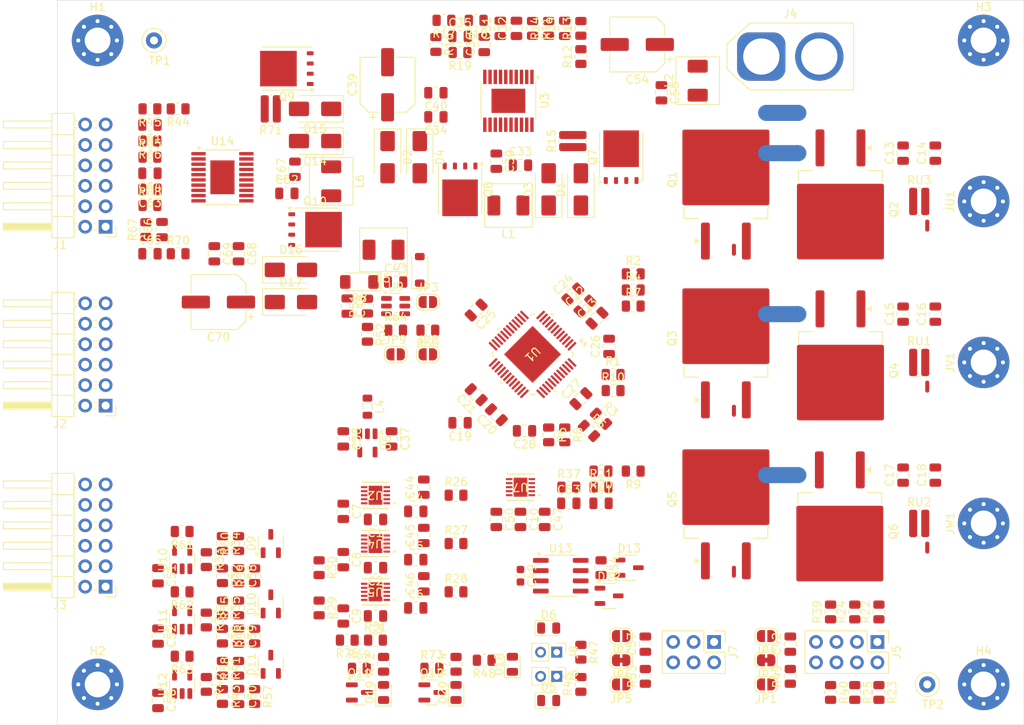
<source format=kicad_pcb>
(kicad_pcb (version 20241229) (generator "pcbnew") (generator_version "9.0")
  (layers (0 "F.Cu" signal) (2 "B.Cu" signal) (13 "F.Paste" user) (15 "B.Paste" user) (5 "F.SilkS" user "F.Silkscreen") (7 "B.SilkS" user "B.Silkscreen") (1 "F.Mask" user) (3 "B.Mask" user) (25 "Edge.Cuts" user))
  (net 0 "")
  (net 1 "Net-(Q1-S)")
  (net 2 "0")
  (net 3 "Net-(JU1-Pin_1)")
  (net 4 "Net-(Q3-S)")
  (net 5 "Net-(JV1-Pin_1)")
  (net 6 "Net-(Q5-S)")
  (net 7 "Net-(JW1-Pin_1)")
  (net 8 "Vdrive")
  (net 9 "Net-(U1-VCP)")
  (net 10 "Net-(U1-CPO)")
  (net 11 "Net-(U1-CPI)")
  (net 12 "+12V")
  (net 13 "+5V")
  (net 14 "+3.3V")
  (net 15 "Net-(U1-USENSE)")
  (net 16 "Net-(U1-CU)")
  (net 17 "Net-(U1-CV)")
  (net 18 "Net-(U1-CW)")
  (net 19 "VSupply")
  (net 20 "/WH")
  (net 21 "/FAULT")
  (net 22 "/UH")
  (net 23 "/VL")
  (net 24 "/WL")
  (net 25 "/VH")
  (net 26 "/UL")
  (net 27 "/DRV_EN")
  (net 28 "ENC_Z")
  (net 29 "/SPI_SDI")
  (net 30 "ENC_B")
  (net 31 "/CS_EXT")
  (net 32 "ENC_A")
  (net 33 "/SPI_SCK")
  (net 34 "/SPI_SDO")
  (net 35 "/CS_DRV")
  (net 36 "AD_SCK")
  (net 37 "AD_SDO_VBUS")
  (net 38 "CS_AD")
  (net 39 "AD_SDO_IV")
  (net 40 "AD_SDO_IW")
  (net 41 "AD_SDO_IU")
  (net 42 "VMot")
  (net 43 "Net-(D1-K)")
  (net 44 "Net-(D2-A)")
  (net 45 "Net-(Q1-G)")
  (net 46 "Net-(Q2-G)")
  (net 47 "Net-(Q3-G)")
  (net 48 "Net-(Q4-G)")
  (net 49 "Net-(Q5-G)")
  (net 50 "Net-(Q6-G)")
  (net 51 "Net-(Q7-G)")
  (net 52 "Net-(Q8-G)")
  (net 53 "Net-(U1-HSU)")
  (net 54 "Net-(U1-LSU)")
  (net 55 "Net-(U1-HSV)")
  (net 56 "Net-(U1-LSV)")
  (net 57 "Net-(U1-VSENSE)")
  (net 58 "Net-(U1-HSW)")
  (net 59 "Net-(U1-LSW)")
  (net 60 "Net-(U1-WSENSE)")
  (net 61 "Net-(U3-EN)")
  (net 62 "Net-(U3-UVLO)")
  (net 63 "Net-(U3-RT)")
  (net 64 "Net-(R16-Pad1)")
  (net 65 "Net-(U3-FB)")
  (net 66 "Net-(U3-COMP)")
  (net 67 "Net-(C35-Pad1)")
  (net 68 "Net-(C41-Pad1)")
  (net 69 "Net-(J5-Pin_8)")
  (net 70 "Net-(J7-Pin_6)")
  (net 71 "I_U")
  (net 72 "Net-(U2-AIN+)")
  (net 73 "I_V")
  (net 74 "Net-(U4-AIN+)")
  (net 75 "I_W")
  (net 76 "Net-(U5-AIN+)")
  (net 77 "Net-(U2-SDI)")
  (net 78 "Net-(U7-AIN+)")
  (net 80 "+1V8A")
  (net 81 "+5VA")
  (net 83 "Net-(U3-RAMP)")
  (net 84 "Net-(U3-VCC)")
  (net 85 "Net-(D1-A)")
  (net 86 "Net-(U3-SS)")
  (net 87 "Net-(U3-HB)")
  (net 89 "GNDPWR")
  (net 90 "Net-(U1-V)")
  (net 91 "Net-(U1-W)")
  (net 92 "Net-(D7-K)")
  (net 93 "Net-(D8-K)")
  (net 94 "+3.3V_IO")
  (net 95 "Net-(JP1-A)")
  (net 96 "/ADC+IO/A_LS_P")
  (net 97 "Net-(U14-UVLO)")
  (net 98 "Net-(U14-VCC)")
  (net 99 "Net-(U9-FB)")
  (net 100 "Net-(U14-SS)")
  (net 101 "RS422_TX_A")
  (net 102 "RS422_TX_B")
  (net 103 "RS422_RX_B")
  (net 104 "RS422_RX_A")
  (net 105 "RS422_RX")
  (net 106 "RS422_TX")
  (net 107 "ENC_Z_P")
  (net 108 "ENC_A_P")
  (net 109 "ENC_B_N")
  (net 110 "ENC_A_N")
  (net 111 "ENC_B_P")
  (net 112 "ENC_Z_N")
  (net 113 "Net-(JP3-B)")
  (net 114 "Net-(JP5-A)")
  (net 115 "Net-(JP8-A)")
  (net 116 "Net-(U14-RAMP)")
  (net 117 "Net-(U14-FB)")
  (net 118 "Net-(C65-Pad1)")
  (net 119 "Net-(U14-COMP)")
  (net 120 "Net-(U14-HB)")
  (net 121 "Net-(D5-A)")
  (net 122 "Net-(D6-A)")
  (net 123 "/ADC+IO/A_LS_N")
  (net 124 "Net-(D16-A)")
  (net 125 "Net-(D18-A)")
  (net 126 "Net-(D19-A)")
  (net 127 "Net-(D19-K)")
  (net 128 "Net-(D20-K)")
  (net 129 "Net-(D20-A)")
  (net 130 "Net-(NT1-Pad2)")
  (net 131 "Net-(NT2-Pad1)")
  (net 132 "Net-(NT3-Pad1)")
  (net 133 "Net-(U1-U)")
  (net 134 "Net-(Q9-G)")
  (net 135 "Net-(Q10-G)")
  (net 136 "Net-(Q11-B)")
  (net 137 "Net-(Q12-B)")
  (net 138 "Net-(U14-EN)")
  (net 139 "Net-(U14-RT)")
  (net 141 "/ADC+IO/B_LS_P")
  (net 142 "/ADC+IO/Z_LS_P")
  (net 143 "/ADC+IO/B_LS_N")
  (net 144 "/ADC+IO/Z_LS_N")
  (net 145 "Net-(D14-K)")
  (net 146 "Net-(D14-A)")
  (footprint "Capacitor_SMD:C_0805_2012Metric" (layer "F.Cu") (at 102 75)
    (property "Reference" "C43")
    (property "Value" "100n")
  )
  (footprint "Capacitor_SMD:C_0805_2012Metric" (layer "F.Cu") (at 107 54.5 180)
    (property "Reference" "C34")
    (property "Value" "470n")
  )
  (footprint "Resistor_SMD:R_0805_2012Metric" (layer "F.Cu") (at 131.5 76)
    (property "Reference" "R4")
    (property "Value" "0.47")
  )
  (footprint "Package_SO:Texas_PWP0020A" (layer "F.Cu") (at 116 52.5 -90)
    (property "Reference" "U3")
    (property "Value" "LM5118MH")
  )
  (footprint "Resistor_SMD:R_0805_2012Metric" (layer "F.Cu") (at 162 126 -90)
    (property "Reference" "R23")
    (property "Value" "3.9k")
  )
  (footprint "Package_TO_SOT_SMD:SOT-23-3" (layer "F.Cu") (at 86.5 107.5 90)
    (property "Reference" "D9")
    (property "Value" "ESDA5V3L")
  )
  (footprint "Capacitor_SMD:C_0805_2012Metric" (layer "F.Cu") (at 105.5 112.5 90)
    (property "Reference" "C46")
    (property "Value" "2.2n")
  )
  (footprint "Resistor_SMD:R_0805_2012Metric" (layer "F.Cu") (at 78.5 109.5 -90)
    (property "Reference" "R33")
    (property "Value" "330")
  )
  (footprint "Capacitor_SMD:C_0805_2012Metric" (layer "F.Cu") (at 113 45.5 90)
    (property "Reference" "C36")
    (property "Value" "100p")
  )
  (footprint "Resistor_SMD:R_0805_2012Metric" (layer "F.Cu") (at 75.5 106 180)
    (property "Reference" "R61")
    (property "Value" "100k")
  )
  (footprint "Resistor_SMD:R_0805_2012Metric" (layer "F.Cu") (at 156 116 90)
    (property "Reference" "R39")
    (property "Value" "3.9k")
  )
  (footprint "Resistor_SMD:R_0612_1632Metric" (layer "F.Cu") (at 167 105)
    (property "Reference" "RU2")
    (property "Value" "15m")
  )
  (footprint "Capacitor_SMD:C_0805_2012Metric" (layer "F.Cu") (at 114.5 104.5 -90)
    (property "Reference" "C50")
    (property "Value" "100n")
  )
  (footprint "Resistor_SMD:R_0805_2012Metric" (layer "F.Cu") (at 109.5 113.5)
    (property "Reference" "R28")
    (property "Value" "10")
  )
  (footprint "Resistor_SMD:R_0805_2012Metric" (layer "F.Cu") (at 92.5 110.5 -90)
    (property "Reference" "R30")
    (property "Value" "0")
  )
  (footprint "Resistor_SMD:R_0805_2012Metric" (layer "F.Cu") (at 106 81 180)
    (property "Reference" "R50")
    (property "Value" "470")
  )
  (footprint "Capacitor_SMD:C_0805_2012Metric" (layer "F.Cu") (at 104.5 103.5)
    (property "Reference" "C4")
    (property "Value" "100n")
  )
  (footprint "Diode_SMD:D_0805_2012Metric" (layer "F.Cu") (at 109.5 126 90)
    (property "Reference" "D20")
    (property "Value" "DRV_EN")
  )
  (footprint "Resistor_SMD:R_0805_2012Metric" (layer "F.Cu") (at 129 86.5)
    (property "Reference" "R1")
    (property "Value" "0.47")
  )
  (footprint "Resistor_SMD:R_0805_2012Metric" (layer "F.Cu") (at 84.5 119 90)
    (property "Reference" "R56")
    (property "Value" "1.8k")
  )
  (footprint "Resistor_SMD:R_0805_2012Metric" (layer "F.Cu") (at 119 43.5 -90)
    (property "Reference" "R11")
    (property "Value" "1M")
  )
  (footprint "Package_SO:SOIC-8_3.9x4.9mm_P1.27mm" (layer "F.Cu") (at 122.5 111.5)
    (property "Reference" "U13")
    (property "Value" "ADM3490ExR")
  )
  (footprint "Diode_SMD:D_SMA" (layer "F.Cu") (at 92 57.5 180)
    (property "Reference" "D14")
    (property "Value" "SK220ATR")
  )
  (footprint "Capacitor_SMD:C_0805_2012Metric" (layer "F.Cu") (at 151 120 90)
    (property "Reference" "C42")
    (property "Value" "100n")
  )
  (footprint "Resistor_SMD:R_0805_2012Metric" (layer "F.Cu") (at 106.5 123)
    (property "Reference" "R73")
    (property "Value" "4.7k")
  )
  (footprint "Resistor_SMD:R_0805_2012Metric" (layer "F.Cu") (at 109.5 107.5)
    (property "Reference" "R27")
    (property "Value" "10")
  )
  (footprint "Resistor_SMD:R_0612_1632Metric" (layer "F.Cu") (at 86.5 53.5 180)
    (property "Reference" "R71")
    (property "Value" "15m")
  )
  (footprint "Capacitor_SMD:C_0805_2012Metric" (layer "F.Cu") (at 127.5 102.5)
    (property "Reference" "C41")
    (property "Value" "100n")
  )
  (footprint "Resistor_SMD:R_0805_2012Metric" (layer "F.Cu") (at 80.5 115.5 -90)
    (property "Reference" "R35")
    (property "Value" "1.8k")
  )
  (footprint "Resistor_SMD:R_0805_2012Metric" (layer "F.Cu") (at 80.5 111.5 -90)
    (property "Reference" "R32")
    (property "Value" "820")
  )
  (footprint "Capacitor_SMD:C_0805_2012Metric" (layer "F.Cu") (at 82.5 111.5 -90)
    (property "Reference" "C58")
    (property "Value" "100n")
  )
  (footprint "Capacitor_SMD:C_0805_2012Metric" (layer "F.Cu") (at 99.5 104.5 180)
    (property "Reference" "C1")
    (property "Value" "100n")
  )
  (footprint "Resistor_SMD:R_0805_2012Metric" (layer "F.Cu") (at 109.5 101.5)
    (property "Reference" "R26")
    (property "Value" "10")
  )
  (footprint "Resistor_SMD:R_0805_2012Metric" (layer "F.Cu") (at 84.5 126.5 -90)
    (property "Reference" "R57")
    (property "Value" "1.8k")
  )
  (footprint "Capacitor_SMD:C_0805_2012Metric" (layer "F.Cu") (at 123.5 102.5)
    (property "Reference" "C53")
    (property "Value" "10n")
  )
  (footprint "Resistor_SMD:R_0805_2012Metric" (layer "F.Cu") (at 100.5 122.5 90)
    (property "Reference" "R72")
    (property "Value" "330")
  )
  (footprint "Capacitor_SMD:C_0805_2012Metric" (layer "F.Cu") (at 104.5 109.5)
    (property "Reference" "C5")
    (property "Value" "100n")
  )
  (footprint "Connector_PinHeader_2.54mm:PinHeader_2x06_P2.54mm_Horizontal" (layer "F.Cu") (at 66 112.86 180)
    (property "Reference" "J3")
    (property "Value" "PMOD_DRV")
  )
  (footprint "Resistor_SMD:R_0805_2012Metric" (layer "F.Cu") (at 125 43.5 90)
    (property "Reference" "R13")
    (property "Value" "15k")
  )
  (footprint "Capacitor_SMD:C_0805_2012Metric" (layer "F.Cu") (at 82.5 126.5 -90)
    (property "Reference" "C60")
    (property "Value" "100n")
  )
  (footprint "Connector_PinHeader_2.54mm:PinHeader_2x03_P2.54mm_Vertical" (layer "F.Cu") (at 141.54 119.725 -90)
    (property "Reference" "J7")
    (property "Value" "RS422/BISS-C")
  )
  (footprint "Capacitor_SMD:C_0805_2012Metric" (layer "F.Cu") (at 128.5 83 90)
    (property "Reference" "C26")
    (property "Value" "1u/25V")
  )
  (footprint "Package_TO_SOT_SMD:TO-263-2" (layer "F.Cu") (at 157.225 86 -90)
    (property "Reference" "Q4")
    (property "Value" "IRFS3806")
  )
  (footprint "Package_TO_SOT_SMD:TDSON-8-1" (layer "F.Cu") (at 110 63.5 -90)
    (property "Reference" "Q8")
    (property "Value" "BSC098N10NS5")
  )
  (footprint "Capacitor_SMD:C_0805_2012Metric" (layer "F.Cu") (at 95.5 103.5 -90)
    (property "Reference" "C7")
    (property "Value" "100n")
  )
  (footprint "Inductor_SMD:L_TechFuse_SL0530" (layer "F.Cu") (at 94 62.5 -90)
    (property "Reference" "L6")
    (property "Value" "10u")
  )
  (footprint "Resistor_SMD:R_0805_2012Metric" (layer "F.Cu") (at 131.5 78)
    (property "Reference" "R7")
    (property "Value" "0.47")
  )
  (footprint "Capacitor_SMD:C_0805_2012Metric" (layer "F.Cu") (at 110 92.5 180)
    (property "Reference" "C19")
    (property "Value" "100n")
  )
  (footprint "Jumper:SolderJumper-2_P1.3mm_Open_RoundedPad1.0x1.5mm" (layer "F.Cu") (at 148 119 180)
    (property "Reference" "JP4")
    (property "Value" "SolderJumper_2_Open")
  )
  (footprint "Diode_SMD:D_0805_2012Metric" (layer "F.Cu") (at 121 118)
    (property "Reference" "D6")
    (property "Value" "5V")
  )
  (footprint "Resistor_SMD:R_0805_2012Metric" (layer "F.Cu") (at 156 126 -90)
    (property "Reference" "R40")
    (property "Value" "3.9k")
  )
  (footprint "Capacitor_SMD:C_0805_2012Metric" (layer "F.Cu") (at 71.5 61.5 180)
    (property "Reference" "C64")
    (property "Value" "100n")
  )
  (footprint "Capacitor_SMD:C_0805_2012Metric" (layer "F.Cu") (at 72.5 111.5 -90)
    (property "Reference" "C51")
    (property "Value" "100n")
  )
  (footprint "Diode_SMD:D_SMA" (layer "F.Cu") (at 105 59.5 -90)
    (property "Reference" "D4")
    (property "Value" "SK220ATR")
  )
  (footprint "Capacitor_SMD:C_0805_2012Metric" (layer "F.Cu") (at 71.5 55.5 180)
    (property "Reference" "C61")
    (property "Value" "100n")
  )
  (footprint "Capacitor_SMD:C_0805_2012Metric" (layer "F.Cu") (at 99.5 110.5 180)
    (property "Reference" "C2")
    (property "Value" "100n")
  )
  (footprint "sst_footprints:TDFN10_MN_MCH" (layer "F.Cu") (at 99.5 113.5 180)
    (property "Reference" "U5")
    (property "Value" "MCP33151-05T-E/MN")
  )
  (footprint "Package_TO_SOT_SMD:SOT-23" (layer "F.Cu") (at 97.5 126)
    (property "Reference" "Q11")
    (property "Value" "MMBT3904")
  )
  (footprint "MountingHole:MountingHole_3.2mm_M3_Pad_Via" (layer "F.Cu") (at 65 45)
    (property "Reference" "H1")
    (property "Value" "GND")
  )
  (footprint "Resistor_SMD:R_0805_2012Metric" (layer "F.Cu") (at 82.5 123 90)
    (property "Reference" "R58")
    (property "Value" "820")
  )
  (footprint "Package_TO_SOT_SMD:SOT-23-6" (layer "F.Cu") (at 102 78)
    (property "Reference" "U9")
    (property "Value" "LT1616ES6#TRPBF")
  )
  (footprint "Resistor_SMD:R_0805_2012Metric" (layer "F.Cu") (at 121 43.5 90)
    (property "Reference" "R14")
    (property "Value" "18k")
  )
  (footprint "Resistor_SMD:R_0612_1632Metric" (layer "F.Cu") (at 124 57.5 90)
    (property "Reference" "R15")
    (property "Value" "15m")
  )
  (footprint "Diode_SMD:D_SMA" (layer "F.Cu") (at 121 63.5 90)
    (property "Reference" "D3")
    (property "Value" "SK220ATR")
  )
  (footprint "Inductor_SMD:L_TechFuse_SL0530" (layer "F.Cu") (at 100.5 71 180)
    (property "Reference" "L5")
    (property "Value" "10u")
  )
  (footprint "Capacitor_SMD:C_0805_2012Metric" (layer "F.Cu") (at 117.5 104.5 -90)
    (property "Reference" "C10")
    (property "Value" "100n")
  )
  (footprint "Capacitor_SMD:C_0805_2012Metric" (layer "F.Cu") (at 127 79.5 45)
    (property "Reference" "C23")
    (property "Value" "4.7u")
  )
  (footprint "MountingHole:MountingHole_3.2mm_M3_Pad_Via" (layer "F.Cu") (at 175 85 90)
    (property "Reference" "JV1")
    (property "Value" "Phase V")
  )
  (footprint "Inductor_SMD:L_TechFuse_SL0530" (layer "F.Cu") (at 139.5 50 90)
    (property "Reference" "L2")
    (property "Value" "10u")
  )
  (footprint "Resistor_SMD:R_0805_2012Metric" (layer "F.Cu") (at 71.5 65.5)
    (property "Reference" "R68")
    (property "Value" "1k")
  )
  (footprint "MountingHole:MountingHole_3.2mm_M3_Pad_Via" (layer "F.Cu") (at 175 105 90)
    (property "Reference" "JW1")
    (property "Value" "Phase W")
  )
  (footprint "Package_TO_SOT_SMD:TDSON-8-1" (layer "F.Cu") (at 88.5 48.5 180)
    (property "Reference" "Q9")
    (property "Value" "BSC098N10NS5")
  )
  (footprint "Capacitor_SMD:C_0805_2012Metric" (layer "F.Cu") (at 165 79 90)
    (property "Reference" "C15")
    (property "Value" "1n")
  )
  (footprint "Resistor_SMD:R_0805_2012Metric" (layer "F.Cu") (at 97.5 123)
    (property "Reference" "R69")
    (property "Value" "4.7k")
  )
  (footprint "Connector_PinHeader_2.00mm:PinHeader_1x02_P2.00mm_Vertical" (layer "F.Cu") (at 122 121 -90)
    (property "Reference" "J8")
    (property "Value" "5V")
  )
  (footprint "Connector_PinHeader_2.54mm:PinHeader_2x06_P2.54mm_Horizontal" (layer "F.Cu") (at 66 68.14 180)
    (property "Reference" "J1")
    (property "Value" "PMOD_SPI_ENC")
  )
  (footprint "Capacitor_SMD:C_0805_2012Metric" (layer "F.Cu") (at 165 99 90)
    (property "Reference" "C17")
    (property "Value" "1n")
  )
  (footprint "Package_TO_SOT_SMD:TO-263-2" (layer "F.Cu") (at 157.225 66 -90)
    (property "Reference" "Q2")
    (property "Value" "IRFS3806")
  )
  (footprint "Package_TO_SOT_SMD:TDSON-8-1" (layer "F.Cu") (at 92 68.5)
    (property "Reference" "Q10")
    (property "Value" "BSC098N10NS5")
  )
  (footprint "Resistor_SMD:R_0805_2012Metric" (layer "F.Cu") (at 84.5 111.5 90)
    (property "Reference" "R59")
    (property "Value" "1.8k")
  )
  (footprint "Resistor_SMD:R_0805_2012Metric" (layer "F.Cu") (at 129 88.5)
    (property "Reference" "R10")
    (property "Value" "10")
  )
  (footprint "Capacitor_SMD:C_0805_2012Metric" (layer "F.Cu") (at 169 59 90)
    (property "Reference" "C14")
    (property "Value" "1n")
  )
  (footprint "Capacitor_SMD:C_0805_2012Metric" (layer "F.Cu") (at 169 99 90)
    (property "Reference" "C18")
    (property "Value" "1n")
  )
  (footprint "Diode_SMD:D_SMA" (layer "F.Cu") (at 125 63.5 90)
    (property "Reference" "D1")
    (property "Value" "SK220ATR")
  )
  (footprint "Resistor_SMD:R_0805_2012Metric" (layer "F.Cu") (at 127.5 98.5 180)
    (property "Reference" "R20")
    (property "Value" "10k")
  )
  (footprint "Resistor_SMD:R_0805_2012Metric" (layer "F.Cu") (at 131.5 98.5 180)
    (property "Reference" "R9")
    (property "Value" "0.47")
  )
  (footprint "Inductor_SMD:L_TechFuse_SL0530" (layer "F.Cu") (at 116 65.5 180)
    (property "Reference" "L1")
    (property "Value" "10u")
  )
  (footprint "Capacitor_SMD:C_0805_2012Metric" (layer "F.Cu") (at 95.5 116.5 -90)
    (property "Reference" "C9")
    (property "Value" "100n")
  )
  (footprint "Resistor_SMD:R_0805_2012Metric" (layer "F.Cu") (at 75.5 113.5 180)
    (property "Reference" "R62")
    (property "Value" "100k")
  )
  (footprint "Resistor_SMD:R_0805_2012Metric" (layer "F.Cu") (at 162 116 90)
    (property "Reference" "R22")
    (property "Value" "3.9k")
  )
  (footprint "Resistor_SMD:R_0805_2012Metric" (layer "F.Cu") (at 82.5 115.5 90)
    (property "Reference" "R55")
    (property "Value" "820")
  )
  (footprint "Capacitor_SMD:C_0805_2012Metric" (layer "F.Cu") (at 72.5 119 -90)
    (property "Reference" "C52")
    (property "Value" "100n")
  )
  (footprint "Capacitor_SMD:CP_Elec_6.3x9.9" (layer "F.Cu") (at 101 50.5 90)
    (property "Reference" "C39")
    (property "Value" "330u")
  )
  (footprint "Resistor_SMD:R_0805_2012Metric" (layer "F.Cu") (at 80.5 119 -90)
    (property "Reference" "R38")
    (property "Value" "820")
  )
  (footprint "Jumper:SolderJumper-2_P1.3mm_Open_RoundedPad1.0x1.5mm" (layer "F.Cu") (at 130 125 180)
    (property "Reference" "JP5")
    (property "Value" "SolderJumper_2_Open")
  )
  (footprint "Resistor_SMD:R_0805_2012Metric" (layer "F.Cu") (at 82.5 107.5 90)
    (property "Reference" "R60")
    (property "Value" "820")
  )
  (footprint "Package_TO_SOT_SMD:TO-263-2" (layer "F.Cu") (at 143 102 90)
    (property "Reference" "Q5")
    (property "Value" "IRFS3806")
  )
  (footprint "Capacitor_SMD:C_0805_2012Metric" (layer "F.Cu") (at 101.5 94.5 -90)
    (property "Reference" "C37")
    (property "Value" "1u")
  )
  (footprint "Capacitor_SMD:C_0805_2012Metric" (layer "F.Cu") (at 124 76.5 45)
    (property "Reference" "C24")
    (property "Value" "2.2u")
  )
  (footprint "Capacitor_SMD:C_0805_2012Metric" (layer "F.Cu") (at 165 59 90)
    (property "Reference" "C13")
    (property "Value" "1n")
  )
  (footprint "Diode_SMD:D_SMA" (layer "F.Cu") (at 92 53.5 180)
    (property "Reference" "D15")
    (property "Value" "SK220ATR")
  )
  (footprint "Capacitor_SMD:CP_Elec_6.3x9.9" (layer "F.Cu") (at 80 77.5 180)
    (property "Reference" "C70")
    (property "Value" "330u")
  )
  (footprint "NetTie:NetTie-2_SMD_Pad0.5mm" (layer "F.Cu") (at 168 88 90)
    (property "Reference" "NT2" (hide yes))
    (property "Value" "NetTie_2" (hide yes))
  )
  (footprint "Diode_SMD:D_MiniMELF" (layer "F.Cu") (at 97.5 75 180)
    (property "Reference" "D8")
    (property "Value" "D")
  )
  (footprint "Package_TO_SOT_SMD:SOT-23-5" (layer "F.Cu") (at 98.5 95 -90)
    (property "Reference" "U6")
    (property "Value" "TLV71318PDBV")
  )
  (footprint "Package_TO_SOT_SMD:SOT-23-3" (layer "F.Cu") (at 86.5 115 90)
    (property "Reference" "D10")
    (property "Value" "ESDA5V3L")
  )
  (footprint "Package_TO_SOT_SMD:TO-263-2" (layer "F.Cu") (at 143 62.275 90)
    (property "Reference" "Q1")
    (property "Value" "IRFS3806")
  )
  (footprint "Resistor_SMD:R_0805_2012Metric" (layer "F.Cu") (at 109.5 122.5 90)
    (property "Reference" "R74")
    (property "Value" "330")
  )
  (footprint "Package_SO:Texas_PWP0020A" (layer "F.Cu") (at 80.5 62)
    (property "Reference" "U14")
    (property "Value" "LM5118MH")
  )
  (footprint "Resistor_SMD:R_0805_2012Metric" (layer "F.Cu") (at 113 122 180)
    (property "Reference" "R48")
    (property "Value" "470")
  )
  (footprint "Capacitor_SMD:C_0805_2012Metric" (layer "F.Cu") (at 115 43.5 90)
    (property "Reference" "C31")
    (property "Value" "100n")
  )
  (footprint "Resistor_SMD:R_0612_1632Metric" (layer "F.Cu") (at 167 65)
    (property "Reference" "RU3")
    (property "Value" "15m")
  )
  (footprint "Diode_SMD:D_SMA" (layer "F.Cu") (at 89 73.5)
    (property "Reference" "D16")
    (property "Value" "SK220ATR")
  )
  (footprint "Resistor_SMD:R_0805_2012Metric" (layer "F.Cu") (at 123.5 100.5)
    (property "Reference" "R37")
    (property "Value" "7.5k")
  )
  (footprint "Resistor_SMD:R_0805_2012Metric" (layer "F.Cu") (at 92.5 115.5 -90)
    (property "Reference" "R29")
    (property "Value" "0")
  )
  (footprint "Package_TO_SOT_SMD:SOT-23-5" (layer "F.Cu") (at 75.5 109.5 90)
    (property "Reference" "U10")
    (property "Value" "FIN1002M5X")
  )
  (footprint "Diode_SMD:D_0805_2012Metric" (layer "F.Cu") (at 116.5 122.5 90)
    (property "Reference" "D18")
    (property "Value" "3.3V")
  )
  (footprint "Resistor_SMD:R_0805_2012Metric" (layer "F.Cu") (at 127.5 100.5)
    (property "Reference" "R21")
    (property "Value" "820")
  )
  (footprint "Resistor_SMD:R_0805_2012Metric" (layer "F.Cu") (at 75 71.5)
    (property "Reference" "R70")
    (property "Value" "3k")
  )
  (footprint "Connector_AMASS:AMASS_XT60-M_1x02_P7.20mm_Vertical" (layer "F.Cu") (at 147.4 47)
    (property "Reference" "J4")
    (property "Value" "Conn_01x02_Socket")
  )
  (footprint "Capacitor_SMD:C_0805_2012Metric" (layer "F.Cu") (at 110 44.5)
    (property "Reference" "C35")
    (property "Value" "8.2n")
  )
  (footprint "Capacitor_SMD:C_0805_2012Metric" (layer "F.Cu") (at 99.5 116.5 180)
    (property "Reference" "C3")
    (property "Value" "100n")
  )
  (footprint "Resistor_SMD:R_0805_2012Metric" (layer "F.Cu") (at 80.5 123 -90)
    (property "Reference" "R41")
    (property "Value" "1.8k")
  )
  (footprint "Jumper:SolderJumper-2_P1.3mm_Open_RoundedPad1.0x1.5mm" (layer "F.Cu") (at 106 84)
    (property "Reference" "JP8")
    (property "Value" "SolderJumper_2_Bridged")
  )
  (footprint "Capacitor_SMD:C_0805_2012Metric" (layer "F.Cu") (at 123 43.5 90)
    (property "Reference" "C29")
    (property "Value" "100n")
  )
  (footprint "Jumper:SolderJumper-2_P1.3mm_Open_RoundedPad1.0x1.5mm" (layer "F.Cu") (at 106 77.5)
    (property "Reference" "JP3")
    (property "Value" "SolderJumper_2_Open")
  )
  (footprint "Resistor_SMD:R_0805_2012Metric" (layer "F.Cu") (at 71.5 59.5)
    (property "Reference" "R65")
    (property "Value" "1M")
  )
  (footprint "Capacitor_SMD:C_0805_2012Metric" (layer "F.Cu") (at 133 120 90)
    (property "Reference" "C57")
    (property "Value" "100n")
  )
  (footprint "Resistor_SMD:R_0805_2012Metric" (layer "F.Cu") (at 99.5 119.5)
    (property "Reference" "R31")
    (property "Value" "470")
  )
  (footprint "Package_TO_SOT_SMD:SOT-23-3" (layer "F.Cu") (at 86.5 122.5 90)
    (property "Reference" "D11")
    (property "Value" "ESDA5V3L")
  )
  (footprint "Resistor_SMD:R_0805_2012Metric" (layer "F.Cu") (at 107 45.5 -90)
    (property "Reference" "R16")
    (property "Value" "470")
  )
  (footprint "Package_TO_SOT_SMD:SOT-23" (layer "F.Cu") (at 106.5 126)
    (property "Reference" "Q12")
    (property "Value" "MMBT3904")
  )
  (footprint "MountingHole:MountingHole_3.2mm_M3_Pad_Via" (layer "F.Cu") (at 175 65 90)
    (property "Reference" "JU1")
    (property "Value" "Phase U")
  )
  (footprint "Resistor_SMD:R_0805_2012Metric" (layer "F.Cu") (at 98.5 78 90)
    (property "Reference" "R51")
    (property "Value" "10k")
  )
  (footprint "Capacitor_SMD:C_0805_2012Metric" (layer "F.Cu") (at 71.5 63.5 180)
    (property "Reference" "C63")
    (property "Value" "100n")
  )
  (footprint "Jumper:SolderJumper-2_P1.3mm_Open_RoundedPad1.0x1.5mm" (layer "F.Cu") (at 102 84)
    (property "Reference" "JP9")
    (property "Value" "SolderJumper_2_Open")
  )
  (footprint "Resistor_SMD:R_0805_2012Metric" (layer "F.Cu") (at 126 93.5 -45)
    (property "Reference" "R5")
    (property "Value" "10")
  )
  (footprint "Capacitor_SMD:C_0805_2012Metric" (layer "F.Cu") (at 88.5 64)
    (property "Reference" "C62")
    (property "Value" "100n")
  )
  (footprint "Resistor_SMD:R_0612_1632Metric" (layer "F.Cu") (at 167 85)
    (property "Reference" "RU1")
    (property "Value" "15m")
  )
  (footprint "Capacitor_SMD:C_0805_2012Metric" (layer "F.Cu") (at 71.5 71.5)
    (property "Reference" "C65")
    (property "Value" "6.8n")
  )
  (footprint "Connector_PinHeader_2.54mm:PinHeader_2x04_P2.54mm_Vertical" (layer "F.Cu") (at 161.81 119.725 -90)
    (property "Reference" "J5")
    (property "Value" "Encoder")
  )
  (footprint "Resistor_SMD:R_0805_2012Metric" (layer "F.Cu") (at 71 68.5 90)
    (property "Reference" "R67")
    (property "Value" "15k")
  )
  (footprint "Jumper:SolderJumper-2_P1.3mm_Bridged_RoundedPad1.0x1.5mm" (layer "F.Cu") (at 130 122 180)
    (property "Reference" "JP6")
    (property "Value" "SolderJumper_2_Bridged")
  )
  (footprint "Jumper:SolderJumper-2_P1.3mm_Open_RoundedPad1.0x1.5mm" (layer "F.Cu") (at 130 119 180)
    (property "Reference" "JP7")
    (property "Value" "SolderJumper_2_Open")
  )
  (footprint "Diode_SMD:D_0805_2012Metric" (layer "F.Cu") (at 121 127)
    (property "Reference" "D5")
    (property "Value" "12V")
  )
  (footprint "Resistor_SMD:R_0805_2012Metric" (layer "F.Cu") (at 71.5 53.5 180)
    (property "Reference" "R45")
    (property "Value" "15k")
  )
  (footprint "Resistor_SMD:R_0805_2012Metric" (layer "F.Cu") (at 98.5 81.5 -90)
    (property "Reference" "R52")
    (property "Value" "16k")
  )
  (footprint "Resistor_SMD:R_0805_2012Metric" (layer "F.Cu") (at 71.5 57.5 180)
    (property "Reference" "R66")
    (property "Value" "18k")
  )
  (footprint "Capacitor_SMD:C_0805_2012Metric" (layer "F.Cu") (at 112 89 135)
    (property "Reference" "C21")
    (property "Value" "22n")
  )
  (footprint "Resistor_SMD:R_0805_2012Metric" (layer "F.Cu") (at 133 124 90)
    (property "Reference" "R53")
    (property "Value" "10")
  )
  (footprint "Capacitor_SMD:C_0805_2012Metric" (layer "F.Cu") (at 125 89.5 45)
    (property "Reference" "C27")
    (property "Value" "1u/25V")
  )
  (footprint "Package_TO_SOT_SMD:TO-263-2" (layer "F.Cu") (at 143 82 90)
    (property "Reference" "Q3")
    (property "Value" "IRFS3806")
  )
  (footprint "Capacitor_SMD:C_0603_1608Metric" (layer "F.Cu") (at 117.5 111.5 -90)
    (property "Reference" "C49")
    (property "Value" "100n")
  )
  (footprint "MountingHole:MountingHole_3.2mm_M3_Pad_Via" (layer "F.Cu") (at 65 125)
    (property "Reference" "H2")
    (property "Value" "GND")
  )
  (footprint "Capacitor_SMD:C_0805_2012Metric" (layer "F.Cu") (at 125.5 78 45)
    (property "Reference" "C22")
    (property "Value" "100n")
  )
  (footprint "Resistor_SMD:R_0805_2012Metric" (layer "F.Cu") (at 108 42.5 180)
    (property "Reference" "R17")
    (property "Value" "8.2k")
  )
  (footprint "Capacitor_SMD:C_0805_2012Metric" (layer "F.Cu") (at 118 93.5 180)
    (property "Reference" "C28")
    (property "Value" "1u/25V")
  )
  (footprint "Capacitor_SMD:C_0805_2012Metric" (layer "F.Cu") (at 79.49 71.5 -90)
    (property "Reference" "C69")
    (property "Value" "470n")
  )
  (footprint "Capacitor_SMD:C_0805_2012Metric" (layer "F.Cu") (at 96 78 -90)
    (property "Reference" "C48")
    (property "Value" "1u")
  )
  (footprint "Resistor_SMD:R_0805_2012Metric" (layer "F.Cu") (at 112 42.5 180)
    (property "Reference" "R18")
    (property "Value" "1k")
  )
  (footprint "Inductor_SMD:L_0805_2012Metric" (layer "F.Cu") (at 98.5 90.5 -90)
    (property "Reference" "L4")
    (property "Value" "1u")
  )
  (footprint "Resistor_SMD:R_0805_2012Metric" (layer "F.Cu") (at 131.5 74)
    (property "Reference" "R2")
    (property "Value" "0.47")
  )
  (footprint "Capacitor_SMD:C_0805_2012Metric" (layer "F.Cu") (at 89.5 61 90)
    (property "Reference" "C67")
    (property "Value" "100n")
  )
  (footprint "Package_TO_SOT_SMD:TDSON-8-1" (layer "F.Cu") (at 130 59.5 90)
    (property "Reference" "Q7")
    (property "Value" "BSC098N10NS5")
  )
  (footprint "NetTie:NetTie-2_SMD_Pad0.5mm" (layer "F.Cu") (at 144 111 -90)
    (property "Reference" "NT6" (hide yes))
    (property "Value" "NetTie_2" (hide yes))
  )
  (footprint "Capacitor_SMD:C_0805_2012Metric" (layer "F.Cu") (at 117 43.5 90)
    (property "Reference" "C32")
    (property "Value" "100n")
  )
  (footprint "TestPoint:TestPoint_Loop_D2.50mm_Drill1.0mm" (layer "F.Cu") (at 168 125)
    (property "Reference" "TP2")
    (property "Value" "PGND")
  )
  (footprint "Resistor_SMD:R_0805_2012Metric" (layer "F.Cu") (at 80.5 126.5 -90)
    (property "Reference" "R43")
    (property "Value" "820")
  )
  (footprint "Capacitor_SMD:C_0805_2012Metric" (layer "F.Cu") (at 114.5 91.5 135)
    (property "Reference" "C20")
    (property "Value" "100n")
  )
  (footprint "Resistor_SMD:R_0805_2012Metric" (layer "F.Cu") (at 125 125 90)
    (property "Reference" "R46")
    (property "Value" "4.7k")
  )
  (footprint "Jumper:SolderJumper-2_P1.3mm_Bridged_RoundedPad1.0x1.5mm" (layer "F.Cu") (at 148 122 180)
    (property "Reference" "JP2")
    (property "Value" "SolderJumper_2_Bridged")
  )
  (footprint "Jumper:SolderJumper-2_P1.3mm_Open_RoundedPad1.0x1.5mm" (layer "F.Cu") (at 148 125 180)
    (property "Reference" "JP1")
    (property "Value" "SolderJumper_2_Open")
  )
  (footprint "Capacitor_SMD:C_0805_2012Metric" (layer "F.Cu") (at 114.5 60 -90)
    (property "Reference" "C30")
    (property "Value" "100n")
  )
  (footprint "Resistor_SMD:R_0805_2012Metric" (layer "F.Cu") (at 127.5 92 -45)
    (property "Reference" "R3")
    (property "Value" "0.47")
  )
  (footprint "MountingHole:MountingHole_3.2mm_M3_Pad_Via" (layer "F.Cu") (at 175 45)
    (property "Reference" "H3")
    (property "Value" "PGND")
  )
  (footprint "Capacitor_SMD:C_0805_2012Metric" (layer "F.Cu") (at 72.5 127 -90)
    (property "Reference" "C56")
    (property "Value" "100n")
  )
  (footprint "Capacitor_SMD:C_0805_2012Metric" (layer "F.Cu") (at 95.5 94.5 -90)
    (property "Reference" "C38")
    (property "Value" "100n")
  )
  (footprint "Resistor_SMD:R_0805_2012Metric" (layer "F.Cu") (at 151 124 90)
    (property "Reference" "R49")
    (property "Value" "10")
  )
  (footprint "Resistor_SMD:R_0805_2012Metric" (layer "F.Cu") (at 159 126 -90)
    (property "Reference" "R25")
    (property "Value" "3.9k")
  )
  (footprint "Resistor_SMD:R_0805_2012Metric" (layer "F.Cu") (at 75 53.5 180)
    (property "Reference" "R44")
    (property "Value" "62k")
  )
  (footprint "Capacitor_SMD:C_0805_2012Metric" (layer "F.Cu") (at 73 68.5 90)
    (property "Reference" "C66")
    (property "Value" "220p")
  )
  (footprint "Capacitor_SMD:C_0805_2012Metric" (layer "F.Cu") (at 104.5 115.5)
    (property "Reference" "C6")
    (property "Value" "100n")
  )
  (footprint "Resistor_SMD:R_0805_2012Metric" (layer "F.Cu") (at 125 47 90)
    (property "Reference" "R12")
    (property "Value" "62k")
  )
  (footprint "sst_footprints:TDFN10_MN_MCH" (layer "F.Cu") (at 99.5 101.5 180)
    (property "Reference" "U2")
    (property "Value" "MCP33151-05T-E/MN")
  )
  (footprint "Capacitor_SMD:CP_Elec_6.3x9.9" (layer "F.Cu") (at 132 45.5 180)
    (property "Reference" "C54")
    (property "Value" "22u")
  )
  (footprint "Capacitor_SMD:C_0805_2012Metric" (layer "F.Cu") (at 95.5 109.5 -90)
    (property "Reference" "C8")
    (property "Value" "100n")
  )
  (footprint "Package_TO_SOT_SMD:SOT-23-5" (layer "F.Cu") (at 75.5 125 90)
    (property "Reference" "U12")
    (property "Value" "FIN1002M5X")
  )
  (footprint "Capacitor_SMD:C_0805_2012Metric" (layer "F.Cu") (at 117.5 60.5)
    (property "Reference" "C33")
    (property "Value" "100n")
  )
  (footprint "NetTie:NetTie-2_SMD_Pad0.5mm" (layer "F.Cu") (at 144 91 -90)
    (property "Reference" "NT5" (hide yes))
    (property "Value" "NetTie_2" (hide yes))
  )
  (footprint "Resistor_SMD:R_0805_2012Metric" (layer "F.Cu") (at 121 94 -90)
    (property "Reference" "R6")
    (property "Value" "0.47")
  )
  (footprint "Package_TO_SOT_SMD:SOT-23-3" (layer "F.Cu") (at 128.5 114)
    (property "Reference" "D12")
    (property "Value" "ESDA5V3L")
  )
  (footprint "Resistor_SMD:R_0805_2012Metric" (layer "F.Cu") (at 78.5 125 -90)
    (property "Reference" "R42")
    (property "Value" "330")
  )
  (footprint "Capacitor_SMD:C_0805_2012Metric" (layer "F.Cu") (at 135 51.5 -90)
    (property "Reference" "C55")
    (property "Value" "100n")
  )
  (footprint "Diode_SMD:D_SMA" (layer "F.Cu") (at 101 59.5 -90)
    (property "Reference" "D2")
    (property "Value" "SK220ATR")
  )
  (footprint "sst_footprints:TDFN10_MN_MCH" (layer "F.Cu") (at 117.5 100.5 180)
    (property "Reference" "U7")
    (property "Value" "MCP33151-05T-E/MN")
  )
  (footprint "Package_TO_SOT_SMD:TO-263-2" (layer "F.Cu") (at 157.145 106 -90)
    (property "Reference" "Q6")
    (property "Value" "IRFS3806")
  )
  (footprint "Resistor_SMD:R_0805_2012Metric" (layer "F.Cu") (at 110 46.5 180)
    (property "Reference" "R19")
    (property "Value" "36k")
  )
  (footprint "Diode_SMD:D_0805_2012Metric" (layer "F.Cu") (at 100.5 126 90)
    (property "Reference" "D19")
    (property "Value" "DRV_EN")
  )
  (footprint "NetTie:NetTie-2_SMD_Pad0.5mm" (layer "F.Cu") (at 168 68 -90)
    (property "Reference" "NT1" (hide yes))
    (property "Value" "NetTie_2" (hide yes))
  )
  (footprint "Diode_SMD:D_SMA" (layer "F.Cu") (at 89 77.5)
    (property "Reference" "D17")
    (property "Value" "SK220ATR")
  )
  (footprint "Connector_PinHeader_2.54mm:PinHeader_2x06_P2.54mm_Horizontal" (layer "F.Cu") (at 66 90.36 180)
    (property "Reference" "J2")
    (property "Value" "PMOD_ADC_MPIO")
  )
  (footprint "sst_footprints:eTQFP48_9x9_TRI" (layer "F.Cu") (at 119 84 -135)
    (property "Reference" "U1")
    (property "Value" "TMC6200-TA")
  )
  (footprint "Capacitor_SMD:C_0805_2012Metric" (layer "F.Cu") (at 107 51.5 180)
    (property "Reference" "C40")
    (property "Value" "470n")
  )
  (footprint "Resistor_SMD:R_0805_2012Metric" (layer "F.Cu") (at 127.5 110.5 -90)
    (property "Reference" "R54")
    (property "Value" "120")
  )
  (footprint "NetTie:NetTie-2_SMD_Pad0.5mm" (layer "F.Cu") (at 144 71 -90)
    (property "Reference" "NT4" (hide yes))
    (property "Value" "NetTie_2" (hide yes))
  )
  (footprint "Connector_PinHeader_2.00mm:PinHeader_1x02_P2.00mm_Vertical" (layer "F.Cu") (at 122 124 -90)
    (property "Reference" "J6")
    (property "Value" "12V")
  )
  (footprint "Resistor_SMD:R_0805_2012Metric" (layer "F.Cu") (at 80.5 107.5 -90)
    (property "Reference" "R34")
    (property "Value" "1.8k")
  )
  (footprint "sst_footprints:TDFN10_MN_MCH" (layer "F.Cu") (at 99.5 107.5 180)
    (property "Reference" "U4")
    (property "Value" "MCP33151-05T-E/MN")
  )
  (footprint "Capacitor_SMD:C_0805_2012Metric" (layer "F.Cu") (at 105.5 106.5 90)
    (property "Reference" "C45")
    (property "Value" "2.2n")
  )
  (footprint "Resistor_SMD:R_0805_2012Metric" (layer "F.Cu") (at 75.5 121.5 180)
    (property "Reference" "R63")
    (property "Value" "100k")
  )
  (footprint "Package_TO_SOT_SMD:SOT-23-3" (layer "F.Cu") (at 131 110.5)
    (property "Reference" "D13")
    (property "Value" "ESDA5V3L")
  )
  (footprint "Resistor_SMD:R_0805_2012Metric" (layer "F.Cu") (at 123 94 -90)
    (property "Reference" "R8")
    (property "Value" "10")
  )
  (footprint "Capacitor_SMD:C_0805_2012Metric" (layer "F.Cu") (at 120.5 104.5 -90)
    (property "Reference" "C47")
    (property "Value" "100n")
  )
  (footprint "Capacitor_SMD:C_0805_2012Metric" (layer "F.Cu") (at 82.5 119 -90)
    (property "Reference" "C59")
    (property "Value" "100n")
  )
  (footprint "Resistor_SMD:R_0805_2012Metric" (layer "F.Cu") (at 78.5 117 -90)
    (property "Reference" "R36")
    (property "Value" "330")
  )
  (footprint "Package_TO_SOT_SMD:SOT-23-5" (layer "F.Cu") (at 75.5 117 90)
    (property "Reference" "U11")
    (property "Value" "FIN1002M5X")
  )
  (footprint "Capacitor_SMD:C_0805_2012Metric" (layer "F.Cu") (at 82.5 71.5 -90)
    (property "Reference" "C68")
    (property "Value" "470n")
  )
  (footprint "Diode_SMD:D_SOD-123" (layer "F.Cu") (at 105 73.5 90)
    (property "Reference" "D7")
    (property "Value" "MBR0530")
  )
  (footprint "Resistor_SMD:R_0805_2012Metric" (layer "F.Cu") (at 125 121 -90)
    (property "Reference" "R47")
    (property "Value" "1.5k")
  )
  (footprint "TestPoint:TestPoint_Loop_D2.50mm_Drill1.0mm" (layer "F.Cu") (at 72 45)
    (property "Reference" "TP1")
    (property "Value" "GND")
  )
  (footprint "Capacitor_SMD:C_0805_2012Metric" (layer "F.Cu") (at 105.5 100.5 90)
    (property "Reference" "C44")
    (property "Value" "2.2n")
  )
  (footprint "Capacitor_SMD:C_0805_2012Metric" (layer "F.Cu") (at 112 78.5 -135)
    (property "Reference" "C25")
    (property "Value" "100n")
  )
  (footprint "Resistor_SMD:R_0805_2012Metric" (layer "F.Cu") (at 159 116 90)
    (property "Reference" "R24")
    (property "Value" "3.9k")
  )
  (footprint "Resistor_SMD:R_0805_2012Metric" (layer "F.Cu") (at 102 81)
    (property "Reference" "R64")
    (property "Value" "10k")
  )
  (footprint "Resistor_SMD:R_0805_2012Metric" (layer "F.Cu") (at 96 119.5 180)
    (property "Reference" "R75")
    (property "Value" "470")
  )
  (footprint "NetTie:NetTie-2_SMD_Pad0.5mm" (layer "F.Cu") (at 168 108 90)
    (property "Reference" "NT3" (hide yes))
    (property "Value" "NetTie_2" (hide yes))
  )
  (footprint "Capacitor_SMD:C_0805_2012Metric" (layer "F.Cu") (at 169 79 90)
    (property "Reference" "C16")
    (property "Value" "1n")
  )
  (footprint "MountingHole:MountingHole_3.2mm_M3_Pad_Via" (layer "F.Cu") (at 175 125)
    (property "Reference" "H4")
    (property "Value" "PGND")
  )
  (footprint "NetTie:NetTie-2_SMD_Pad2.0mm" (layer "B.Cu") (at 150 79 180)
    (property "Reference" "NT8" (hide yes))
    (property "Value" "NetTie_2" (hide yes))
  )
  (footprint "NetTie:NetTie-2_SMD_Pad2.0mm" (layer "B.Cu") (at 150 59 180)
    (property "Reference" "NT7" (hide yes))
    (property "Value" "NetTie_2" (hide yes))
  )
  (footprint "NetTie:NetTie-2_SMD_Pad2.0mm" (layer "B.Cu") (at 150 54 180)
    (property "Reference" "NT10" (hide yes))
    (property "Value" "NetTie_2" (hide yes))
  )
  (footprint "NetTie:NetTie-2_SMD_Pad2.0mm" (layer "B.Cu") (at 150 99 180)
    (property "Reference" "NT9" (hide yes))
    (property "Value" "NetTie_2" (hide yes))
  )
  (gr_line (start 60 40) (end 180 40) (stroke (width 0.05)) (layer "Edge.Cuts"))
  (gr_line (start 60 130) (end 60 40) (stroke (width 0.05)) (layer "Edge.Cuts"))
  (gr_line (start 180 130) (end 180 40) (stroke (width 0.05)) (layer "Edge.Cuts"))
  (gr_line (start 60 130) (end 180 130) (stroke (width 0.05)) (layer "Edge.Cuts"))
)
</source>
